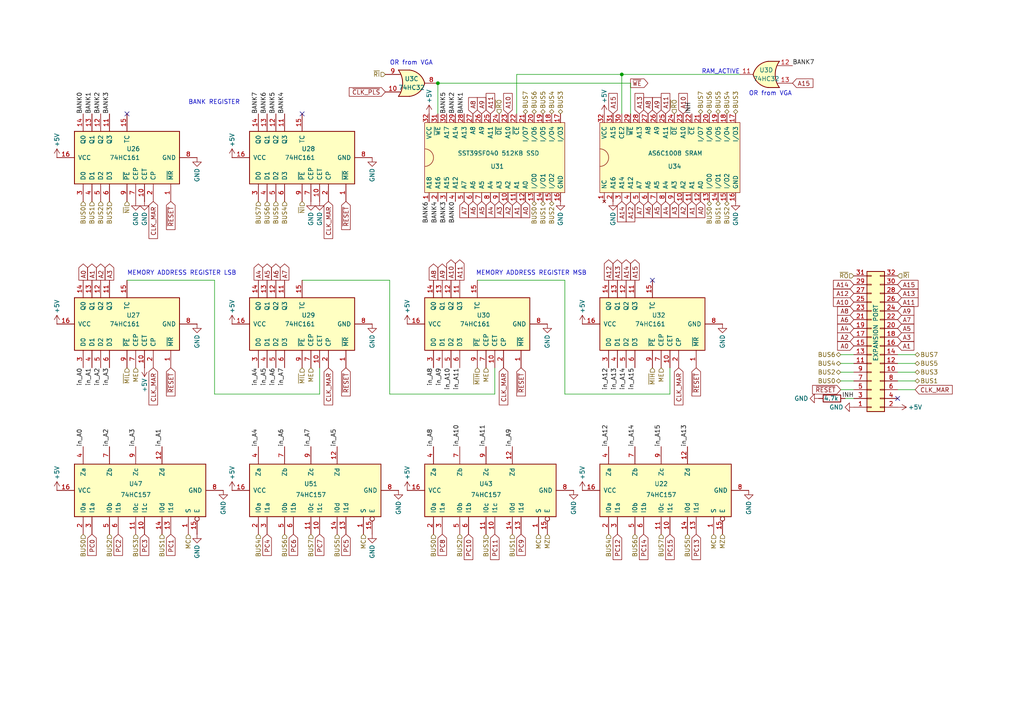
<source format=kicad_sch>
(kicad_sch (version 20250114) (generator "eeschema") (generator_version "9.0")
  (paper "A4")
  (title_block (title "Memory and MAR") (date "2025-01-09") (rev "1.4 Redux") (comment 2 "creativecommons.org/licenses/by-nc-sa/4.0/") (comment 3 "This work is licensed under CC BY-NC-SA 4.0") (comment 4 "Author: Carsten Herting (slu4)"))
  (lib_symbols
    (symbol "74xx:74LS157" (pin_names (offset 1.016))
      (property "Reference" "U" (at -7.62 19.05 0))
      (property "Value" "74LS157" (at -7.62 -21.59 0))
      (symbol "74LS157_1_0"
        (pin input line (at -12.7 15.24 0) (length 5.08) (name "I0a") (number "2"))
        (pin input line (at -12.7 12.7 0) (length 5.08) (name "I1a") (number "3"))
        (pin input line (at -12.7 7.62 0) (length 5.08) (name "I0b") (number "5"))
        (pin input line (at -12.7 5.08 0) (length 5.08) (name "I1b") (number "6"))
        (pin input line (at -12.7 0 0) (length 5.08) (name "I0c") (number "11"))
        (pin input line (at -12.7 -2.54 0) (length 5.08) (name "I1c") (number "10"))
        (pin input line (at -12.7 -7.62 0) (length 5.08) (name "I0d") (number "14"))
        (pin input line (at -12.7 -10.16 0) (length 5.08) (name "I1d") (number "13"))
        (pin input line (at -12.7 -15.24 0) (length 5.08) (name "S") (number "1"))
        (pin input inverted (at -12.7 -17.78 0) (length 5.08) (name "E") (number "15"))
        (pin power_in line (at 0 22.86 270) (length 5.08) (name "VCC") (number "16"))
        (pin power_in line (at 0 -25.4 90) (length 5.08) (name "GND") (number "8"))
        (pin output line (at 12.7 15.24 180) (length 5.08) (name "Za") (number "4"))
        (pin output line (at 12.7 7.62 180) (length 5.08) (name "Zb") (number "7"))
        (pin output line (at 12.7 0 180) (length 5.08) (name "Zc") (number "9"))
        (pin output line (at 12.7 -7.62 180) (length 5.08) (name "Zd") (number "12"))
      )
    )
    (symbol "8-Bit CPU 32k:74HC161" (pin_names (offset 1.016))
      (property "Reference" "U" (at -7.62 16.51 0))
      (property "Value" "74HC161" (at -7.62 -16.51 0))
      (symbol "74HC161_1_0"
        (pin input line (at -12.7 12.7 0) (length 5.08) (name "D0") (number "3"))
        (pin input line (at -12.7 10.16 0) (length 5.08) (name "D1") (number "4"))
        (pin input line (at -12.7 7.62 0) (length 5.08) (name "D2") (number "5"))
        (pin input line (at -12.7 5.08 0) (length 5.08) (name "D3") (number "6"))
        (pin input line (at -12.7 0 0) (length 5.08) (name "~{PE}") (number "9"))
        (pin input line (at -12.7 -2.54 0) (length 5.08) (name "CEP") (number "7"))
        (pin input line (at -12.7 -5.08 0) (length 5.08) (name "CET") (number "10"))
        (pin input line (at -12.7 -7.62 0) (length 5.08) (name "CP") (number "2"))
        (pin input line (at -12.7 -12.7 0) (length 5.08) (name "~{MR}") (number "1"))
        (pin power_in line (at 0 20.32 270) (length 5.08) (name "VCC") (number "16"))
        (pin power_in line (at 0 -20.32 90) (length 5.08) (name "GND") (number "8"))
        (pin output line (at 12.7 12.7 180) (length 5.08) (name "Q0") (number "14"))
        (pin output line (at 12.7 10.16 180) (length 5.08) (name "Q1") (number "13"))
        (pin output line (at 12.7 7.62 180) (length 5.08) (name "Q2") (number "12"))
        (pin output line (at 12.7 5.08 180) (length 5.08) (name "Q3") (number "11"))
        (pin output line (at 12.7 0 180) (length 5.08) (name "TC") (number "15"))
      )
    )
    (symbol "8-Bit CPU 32k:74HC32" (pin_names (offset 1.016))
      (property "Reference" "U" (at 0 1.27 0))
      (property "Value" "74HC32" (at 0 -1.27 0))
      (symbol "74HC32_1_1"
        (pin input line (at -7.62 2.54 0) (length 4.318) (name "~") (number "1"))
        (pin input line (at -7.62 -2.54 0) (length 4.318) (name "~") (number "2"))
        (pin output line (at 7.62 0 180) (length 3.81) (name "~") (number "3"))
      )
      (symbol "74HC32_1_2"
        (pin input inverted (at -7.62 2.54 0) (length 3.81) (name "~") (number "1"))
        (pin input inverted (at -7.62 -2.54 0) (length 3.81) (name "~") (number "2"))
        (pin output inverted (at 7.62 0 180) (length 3.81) (name "~") (number "3"))
      )
      (symbol "74HC32_2_1"
        (pin input line (at -7.62 2.54 0) (length 4.318) (name "~") (number "4"))
        (pin input line (at -7.62 -2.54 0) (length 4.318) (name "~") (number "5"))
        (pin output line (at 7.62 0 180) (length 3.81) (name "~") (number "6"))
      )
      (symbol "74HC32_2_2"
        (pin input inverted (at -7.62 2.54 0) (length 3.81) (name "~") (number "4"))
        (pin input inverted (at -7.62 -2.54 0) (length 3.81) (name "~") (number "5"))
        (pin output inverted (at 7.62 0 180) (length 3.81) (name "~") (number "6"))
      )
      (symbol "74HC32_3_1"
        (pin input line (at -7.62 2.54 0) (length 4.318) (name "~") (number "9"))
        (pin input line (at -7.62 -2.54 0) (length 4.318) (name "~") (number "10"))
        (pin output line (at 7.62 0 180) (length 3.81) (name "~") (number "8"))
      )
      (symbol "74HC32_3_2"
        (pin input inverted (at -7.62 2.54 0) (length 3.81) (name "~") (number "9"))
        (pin input inverted (at -7.62 -2.54 0) (length 3.81) (name "~") (number "10"))
        (pin output inverted (at 7.62 0 180) (length 3.81) (name "~") (number "8"))
      )
      (symbol "74HC32_4_1"
        (pin input line (at -7.62 2.54 0) (length 4.318) (name "~") (number "12"))
        (pin input line (at -7.62 -2.54 0) (length 4.318) (name "~") (number "13"))
        (pin output line (at 7.62 0 180) (length 3.81) (name "~") (number "11"))
      )
      (symbol "74HC32_4_2"
        (pin input inverted (at -7.62 2.54 0) (length 3.81) (name "~") (number "12"))
        (pin input inverted (at -7.62 -2.54 0) (length 3.81) (name "~") (number "13"))
        (pin output inverted (at 7.62 0 180) (length 3.81) (name "~") (number "11"))
      )
      (symbol "74HC32_5_0"
        (pin power_in line (at 0 12.7 270) (length 5.08) (name "VCC") (number "14"))
        (pin power_in line (at 0 -12.7 90) (length 5.08) (name "GND") (number "7"))
      )
    )
    (symbol "8-Bit CPU 32k:AS6C1008" (pin_names (offset 1.016))
      (property "Reference" "U" (at -1.27 2.54 90))
      (property "Value" "AS6C1008" (at 2.54 2.54 90))
      (symbol "AS6C1008_1_1"
        (pin no_connect line (at -12.7 22.86 0) (length 2.54) (name "NC") (number "1"))
        (pin input line (at -12.7 20.32 0) (length 2.54) (name "A16") (number "2"))
        (pin input line (at -12.7 17.78 0) (length 2.54) (name "A14") (number "3"))
        (pin input line (at -12.7 15.24 0) (length 2.54) (name "A12") (number "4"))
        (pin input line (at -12.7 12.7 0) (length 2.54) (name "A7") (number "5"))
        (pin input line (at -12.7 10.16 0) (length 2.54) (name "A6") (number "6"))
        (pin input line (at -12.7 7.62 0) (length 2.54) (name "A5") (number "7"))
        (pin input line (at -12.7 5.08 0) (length 2.54) (name "A4") (number "8"))
        (pin input line (at -12.7 2.54 0) (length 2.54) (name "A3") (number "9"))
        (pin input line (at -12.7 0 0) (length 2.54) (name "A2") (number "10"))
        (pin input line (at -12.7 -2.54 0) (length 2.54) (name "A1") (number "11"))
        (pin input line (at -12.7 -5.08 0) (length 2.54) (name "A0") (number "12"))
        (pin bidirectional line (at -12.7 -7.62 0) (length 2.54) (name "I/O0") (number "13"))
        (pin bidirectional line (at -12.7 -10.16 0) (length 2.54) (name "I/O1") (number "14"))
        (pin bidirectional line (at -12.7 -12.7 0) (length 2.54) (name "I/O2") (number "15"))
        (pin power_in line (at -12.7 -15.24 0) (length 2.54) (name "GND") (number "16"))
        (pin power_in line (at 12.7 22.86 180) (length 2.54) (name "VCC") (number "32"))
        (pin input line (at 12.7 20.32 180) (length 2.54) (name "A15") (number "31"))
        (pin input line (at 12.7 17.78 180) (length 2.54) (name "CE2") (number "30"))
        (pin input line (at 12.7 15.24 180) (length 2.54) (name "~{WE}") (number "29"))
        (pin input line (at 12.7 12.7 180) (length 2.54) (name "A13") (number "28"))
        (pin input line (at 12.7 10.16 180) (length 2.54) (name "A8") (number "27"))
        (pin input line (at 12.7 7.62 180) (length 2.54) (name "A9") (number "26"))
        (pin input line (at 12.7 5.08 180) (length 2.54) (name "A11") (number "25"))
        (pin input line (at 12.7 2.54 180) (length 2.54) (name "~{OE}") (number "24"))
        (pin input line (at 12.7 0 180) (length 2.54) (name "A10") (number "23"))
        (pin input line (at 12.7 -2.54 180) (length 2.54) (name "~{CE}") (number "22"))
        (pin bidirectional line (at 12.7 -5.08 180) (length 2.54) (name "I/O7") (number "21"))
        (pin bidirectional line (at 12.7 -7.62 180) (length 2.54) (name "I/O6") (number "20"))
        (pin bidirectional line (at 12.7 -10.16 180) (length 2.54) (name "I/O5") (number "19"))
        (pin bidirectional line (at 12.7 -12.7 180) (length 2.54) (name "I/O4") (number "18"))
        (pin bidirectional line (at 12.7 -15.24 180) (length 2.54) (name "I/O3") (number "17"))
      )
    )
    (symbol "8-Bit CPU 32k:SST39SF040A" (pin_names (offset 1.016))
      (property "Reference" "U" (at -1.27 2.54 90))
      (property "Value" "SST39SF040A" (at 2.54 2.54 90))
      (symbol "SST39SF040A_1_1"
        (pin input line (at -12.7 22.86 0) (length 2.54) (name "A18") (number "1"))
        (pin input line (at -12.7 20.32 0) (length 2.54) (name "A16") (number "2"))
        (pin input line (at -12.7 17.78 0) (length 2.54) (name "A15") (number "3"))
        (pin input line (at -12.7 15.24 0) (length 2.54) (name "A12") (number "4"))
        (pin input line (at -12.7 12.7 0) (length 2.54) (name "A7") (number "5"))
        (pin input line (at -12.7 10.16 0) (length 2.54) (name "A6") (number "6"))
        (pin input line (at -12.7 7.62 0) (length 2.54) (name "A5") (number "7"))
        (pin input line (at -12.7 5.08 0) (length 2.54) (name "A4") (number "8"))
        (pin input line (at -12.7 2.54 0) (length 2.54) (name "A3") (number "9"))
        (pin input line (at -12.7 0 0) (length 2.54) (name "A2") (number "10"))
        (pin input line (at -12.7 -2.54 0) (length 2.54) (name "A1") (number "11"))
        (pin input line (at -12.7 -5.08 0) (length 2.54) (name "A0") (number "12"))
        (pin bidirectional line (at -12.7 -7.62 0) (length 2.54) (name "I/O0") (number "13"))
        (pin bidirectional line (at -12.7 -10.16 0) (length 2.54) (name "I/O1") (number "14"))
        (pin bidirectional line (at -12.7 -12.7 0) (length 2.54) (name "I/O2") (number "15"))
        (pin power_in line (at -12.7 -15.24 0) (length 2.54) (name "GND") (number "16"))
        (pin power_in line (at 12.7 22.86 180) (length 2.54) (name "VCC") (number "32"))
        (pin input line (at 12.7 20.32 180) (length 2.54) (name "~{WE}") (number "31"))
        (pin input line (at 12.7 17.78 180) (length 2.54) (name "A17") (number "30"))
        (pin input line (at 12.7 15.24 180) (length 2.54) (name "A14") (number "29"))
        (pin input line (at 12.7 12.7 180) (length 2.54) (name "A13") (number "28"))
        (pin input line (at 12.7 10.16 180) (length 2.54) (name "A8") (number "27"))
        (pin input line (at 12.7 7.62 180) (length 2.54) (name "A9") (number "26"))
        (pin input line (at 12.7 5.08 180) (length 2.54) (name "A11") (number "25"))
        (pin input line (at 12.7 2.54 180) (length 2.54) (name "~{OE}") (number "24"))
        (pin input line (at 12.7 0 180) (length 2.54) (name "A10") (number "23"))
        (pin input line (at 12.7 -2.54 180) (length 2.54) (name "~{CE}") (number "22"))
        (pin bidirectional line (at 12.7 -5.08 180) (length 2.54) (name "I/O7") (number "21"))
        (pin bidirectional line (at 12.7 -7.62 180) (length 2.54) (name "I/O6") (number "20"))
        (pin bidirectional line (at 12.7 -10.16 180) (length 2.54) (name "I/O5") (number "19"))
        (pin bidirectional line (at 12.7 -12.7 180) (length 2.54) (name "I/O4") (number "18"))
        (pin bidirectional line (at 12.7 -15.24 180) (length 2.54) (name "I/O3") (number "17"))
      )
    )
    (symbol "Connector_Generic:Conn_02x16_Odd_Even" (pin_names (offset 1.016) (hide yes))
      (property "Reference" "J" (at 1.27 20.32 0))
      (property "Value" "Conn_02x16_Odd_Even" (at 1.27 -22.86 0))
      (symbol "Conn_02x16_Odd_Even_1_1"
        (pin passive line (at -5.08 17.78 0) (length 3.81) (name "Pin_1") (number "1"))
        (pin passive line (at -5.08 15.24 0) (length 3.81) (name "Pin_3") (number "3"))
        (pin passive line (at -5.08 12.7 0) (length 3.81) (name "Pin_5") (number "5"))
        (pin passive line (at -5.08 10.16 0) (length 3.81) (name "Pin_7") (number "7"))
        (pin passive line (at -5.08 7.62 0) (length 3.81) (name "Pin_9") (number "9"))
        (pin passive line (at -5.08 5.08 0) (length 3.81) (name "Pin_11") (number "11"))
        (pin passive line (at -5.08 2.54 0) (length 3.81) (name "Pin_13") (number "13"))
        (pin passive line (at -5.08 0 0) (length 3.81) (name "Pin_15") (number "15"))
        (pin passive line (at -5.08 -2.54 0) (length 3.81) (name "Pin_17") (number "17"))
        (pin passive line (at -5.08 -5.08 0) (length 3.81) (name "Pin_19") (number "19"))
        (pin passive line (at -5.08 -7.62 0) (length 3.81) (name "Pin_21") (number "21"))
        (pin passive line (at -5.08 -10.16 0) (length 3.81) (name "Pin_23") (number "23"))
        (pin passive line (at -5.08 -12.7 0) (length 3.81) (name "Pin_25") (number "25"))
        (pin passive line (at -5.08 -15.24 0) (length 3.81) (name "Pin_27") (number "27"))
        (pin passive line (at -5.08 -17.78 0) (length 3.81) (name "Pin_29") (number "29"))
        (pin passive line (at -5.08 -20.32 0) (length 3.81) (name "Pin_31") (number "31"))
        (pin passive line (at 7.62 17.78 180) (length 3.81) (name "Pin_2") (number "2"))
        (pin passive line (at 7.62 15.24 180) (length 3.81) (name "Pin_4") (number "4"))
        (pin passive line (at 7.62 12.7 180) (length 3.81) (name "Pin_6") (number "6"))
        (pin passive line (at 7.62 10.16 180) (length 3.81) (name "Pin_8") (number "8"))
        (pin passive line (at 7.62 7.62 180) (length 3.81) (name "Pin_10") (number "10"))
        (pin passive line (at 7.62 5.08 180) (length 3.81) (name "Pin_12") (number "12"))
        (pin passive line (at 7.62 2.54 180) (length 3.81) (name "Pin_14") (number "14"))
        (pin passive line (at 7.62 0 180) (length 3.81) (name "Pin_16") (number "16"))
        (pin passive line (at 7.62 -2.54 180) (length 3.81) (name "Pin_18") (number "18"))
        (pin passive line (at 7.62 -5.08 180) (length 3.81) (name "Pin_20") (number "20"))
        (pin passive line (at 7.62 -7.62 180) (length 3.81) (name "Pin_22") (number "22"))
        (pin passive line (at 7.62 -10.16 180) (length 3.81) (name "Pin_24") (number "24"))
        (pin passive line (at 7.62 -12.7 180) (length 3.81) (name "Pin_26") (number "26"))
        (pin passive line (at 7.62 -15.24 180) (length 3.81) (name "Pin_28") (number "28"))
        (pin passive line (at 7.62 -17.78 180) (length 3.81) (name "Pin_30") (number "30"))
        (pin passive line (at 7.62 -20.32 180) (length 3.81) (name "Pin_32") (number "32"))
      )
    )
    (symbol "Device:R" (pin_numbers (hide yes)) (pin_names (offset 0))
      (property "Reference" "R" (at 2.032 0 90))
      (property "Value" "R" (at 0 0 90))
      (symbol "R_1_1"
        (pin passive line (at 0 3.81 270) (length 1.27) (name "~") (number "1"))
        (pin passive line (at 0 -3.81 90) (length 1.27) (name "~") (number "2"))
      )
    )
    (symbol "power:+5V" (power) (pin_numbers (hide yes)) (pin_names (offset 0) (hide yes))
      (property "Value" "+5V" (at 0 3.556 0))
      (symbol "+5V_1_1"
        (pin power_in line (at 0 0 90) (length 0) (name "~") (number "1"))
      )
    )
    (symbol "power:GND" (power) (pin_numbers (hide yes)) (pin_names (offset 0) (hide yes))
      (property "Value" "GND" (at 0 -3.81 0))
      (symbol "GND_1_1"
        (pin power_in line (at 0 0 270) (length 0) (name "~") (number "1"))
      )
    )
  )
  (text "MEMORY ADDRESS REGISTER MSB" (at 170.18 80.01 0) (effects (font (size 1.27 1.27)) (justify right bottom)))
  (text "OR from VGA" (at 217.17 27.94 0) (effects (font (size 1.27 1.27)) (justify left bottom)))
  (text "MEMORY ADDRESS REGISTER LSB" (at 68.58 80.01 0) (effects (font (size 1.27 1.27)) (justify right bottom)))
  (text "RAM_ACTIVE" (at 214.63 21.59 0) (effects (font (size 1.27 1.27)) (justify right bottom)))
  (text "BANK REGISTER" (at 54.61 30.48 0) (effects (font (size 1.27 1.27)) (justify left bottom)))
  (text "OR from VGA" (at 113.03 19.05 0) (effects (font (size 1.27 1.27)) (justify left bottom)))
  (junction (at 127 24.13))
  (junction (at 180.34 21.59))
  (no_connect (at 260.35 115.57))
  (no_connect (at 36.83 33.02))
  (no_connect (at 189.23 81.28))
  (no_connect (at 87.63 33.02))
  (wire (pts (xy 138.43 81.28) (xy 163.83 81.28)))
  (wire (pts (xy 243.84 102.87) (xy 247.65 102.87)))
  (wire (pts (xy 127 24.13) (xy 182.88 24.13)))
  (wire (pts (xy 260.35 105.41) (xy 265.43 105.41)))
  (wire (pts (xy 265.43 113.03) (xy 260.35 113.03)))
  (wire (pts (xy 92.71 114.3) (xy 92.71 106.68)))
  (wire (pts (xy 260.35 102.87) (xy 265.43 102.87)))
  (wire (pts (xy 245.11 115.57) (xy 247.65 115.57)))
  (wire (pts (xy 149.86 21.59) (xy 180.34 21.59)))
  (wire (pts (xy 113.03 114.3) (xy 143.51 114.3)))
  (wire (pts (xy 265.43 107.95) (xy 260.35 107.95)))
  (wire (pts (xy 62.23 81.28) (xy 62.23 114.3)))
  (wire (pts (xy 182.88 24.13) (xy 182.88 33.02)))
  (wire (pts (xy 113.03 114.3) (xy 113.03 81.28)))
  (wire (pts (xy 127 24.13) (xy 127 33.02)))
  (wire (pts (xy 163.83 114.3) (xy 194.31 114.3)))
  (wire (pts (xy 194.31 114.3) (xy 194.31 106.68)))
  (wire (pts (xy 180.34 21.59) (xy 180.34 33.02)))
  (wire (pts (xy 62.23 114.3) (xy 92.71 114.3)))
  (wire (pts (xy 87.63 81.28) (xy 113.03 81.28)))
  (wire (pts (xy 143.51 114.3) (xy 143.51 106.68)))
  (wire (pts (xy 180.34 21.59) (xy 214.63 21.59)))
  (wire (pts (xy 247.65 105.41) (xy 243.84 105.41)))
  (wire (pts (xy 163.83 81.28) (xy 163.83 114.3)))
  (wire (pts (xy 247.65 107.95) (xy 243.84 107.95)))
  (wire (pts (xy 149.86 21.59) (xy 149.86 33.02)))
  (wire (pts (xy 243.84 113.03) (xy 247.65 113.03)))
  (wire (pts (xy 36.83 81.28) (xy 62.23 81.28)))
  (wire (pts (xy 260.35 110.49) (xy 265.43 110.49)))
  (wire (pts (xy 247.65 110.49) (xy 243.84 110.49)))
  (label "BANK4" (at 127 58.42 270))
  (label "in_A7" (at 82.55 106.68 270))
  (label "in_A9" (at 128.27 106.68 270))
  (label "in_A10" (at 133.35 129.54 90))
  (label "in_A1" (at 46.99 129.54 90))
  (label "in_A11" (at 140.97 129.54 90))
  (label "BANK4" (at 82.55 33.02 90))
  (label "in_A3" (at 39.37 129.54 90))
  (label "in_A3" (at 31.75 106.68 270))
  (label "in_A8" (at 125.73 106.68 270))
  (label "BANK5" (at 129.54 33.02 90))
  (label "in_A4" (at 74.93 129.54 90))
  (label "in_A0" (at 24.13 129.54 90))
  (label "BANK3" (at 31.75 33.02 90))
  (label "INH" (at 200.66 33.02 90))
  (label "in_A8" (at 125.73 129.54 90))
  (label "BANK1" (at 26.67 33.02 90))
  (label "in_A5" (at 77.47 106.68 270))
  (label "in_A1" (at 26.67 106.68 270))
  (label "in_A4" (at 74.93 106.68 270))
  (label "in_A12" (at 176.53 106.68 270))
  (label "in_A0" (at 24.13 106.68 270))
  (label "in_A2" (at 29.21 106.68 270))
  (label "in_A13" (at 199.39 129.54 90))
  (label "in_A9" (at 148.59 129.54 90))
  (label "BANK0" (at 132.08 58.42 270))
  (label "in_A6" (at 80.01 106.68 270))
  (label "in_A7" (at 90.17 129.54 90))
  (label "BANK7" (at 74.93 33.02 90))
  (label "BANK2" (at 29.21 33.02 90))
  (label "in_A14" (at 181.61 106.68 270))
  (label "BANK0" (at 24.13 33.02 90))
  (label "in_A12" (at 176.53 129.54 90))
  (label "in_A14" (at 184.15 129.54 90))
  (label "BANK7" (at 229.87 19.05 0))
  (label "INH" (at 247.65 115.57 180))
  (label "BANK6" (at 124.46 58.42 270))
  (label "BANK1" (at 134.62 33.02 90))
  (label "in_A13" (at 179.07 106.68 270))
  (label "BANK5" (at 80.01 33.02 90))
  (label "BANK6" (at 77.47 33.02 90))
  (label "in_A6" (at 82.55 129.54 90))
  (label "in_A5" (at 97.79 129.54 90))
  (label "in_A15" (at 184.15 106.68 270))
  (label "in_A2" (at 31.75 129.54 90))
  (label "in_A15" (at 191.77 129.54 90))
  (label "in_A10" (at 130.81 106.68 270))
  (label "BANK3" (at 129.54 58.42 270))
  (label "in_A11" (at 133.35 106.68 270))
  (label "BANK2" (at 132.08 33.02 90))
  (global_label "A12" (shape output) (at 176.53 81.28 90) (property "Intersheetrefs" "${INTERSHEET_REFS}" (effects (hide yes))))
  (global_label "A12" (shape input) (at 182.88 58.42 270) (property "Intersheetrefs" "${INTERSHEET_REFS}" (effects (hide yes))))
  (global_label "A2" (shape output) (at 29.21 81.28 90) (property "Intersheetrefs" "${INTERSHEET_REFS}" (effects (hide yes))))
  (global_label "PC1" (shape input) (at 49.53 154.94 270) (property "Intersheetrefs" "${INTERSHEET_REFS}" (effects (hide yes))))
  (global_label "A12" (shape input) (at 247.65 85.09 180) (property "Intersheetrefs" "${INTERSHEET_REFS}" (effects (hide yes))))
  (global_label "PC0" (shape input) (at 26.67 154.94 270) (property "Intersheetrefs" "${INTERSHEET_REFS}" (effects (hide yes))))
  (global_label "A15" (shape output) (at 184.15 81.28 90) (property "Intersheetrefs" "${INTERSHEET_REFS}" (effects (hide yes))))
  (global_label "PC12" (shape input) (at 179.07 154.94 270) (property "Intersheetrefs" "${INTERSHEET_REFS}" (effects (hide yes))))
  (global_label "A8" (shape input) (at 187.96 33.02 90) (property "Intersheetrefs" "${INTERSHEET_REFS}" (effects (hide yes))))
  (global_label "A13" (shape input) (at 185.42 33.02 90) (property "Intersheetrefs" "${INTERSHEET_REFS}" (effects (hide yes))))
  (global_label "A1" (shape input) (at 260.35 100.33 0) (property "Intersheetrefs" "${INTERSHEET_REFS}" (effects (hide yes))))
  (global_label "A8" (shape input) (at 137.16 33.02 90) (property "Intersheetrefs" "${INTERSHEET_REFS}" (effects (hide yes))))
  (global_label "~{CLK_PLS}" (shape input) (at 111.76 26.67 180) (property "Intersheetrefs" "${INTERSHEET_REFS}" (effects (hide yes))))
  (global_label "PC13" (shape input) (at 201.93 154.94 270) (property "Intersheetrefs" "${INTERSHEET_REFS}" (effects (hide yes))))
  (global_label "A11" (shape input) (at 193.04 33.02 90) (property "Intersheetrefs" "${INTERSHEET_REFS}" (effects (hide yes))))
  (global_label "A1" (shape output) (at 26.67 81.28 90) (property "Intersheetrefs" "${INTERSHEET_REFS}" (effects (hide yes))))
  (global_label "A0" (shape input) (at 247.65 100.33 180) (property "Intersheetrefs" "${INTERSHEET_REFS}" (effects (hide yes))))
  (global_label "~{WE}" (shape output) (at 182.88 24.13 0) (property "Intersheetrefs" "${INTERSHEET_REFS}" (effects (hide yes))))
  (global_label "A9" (shape output) (at 128.27 81.28 90) (property "Intersheetrefs" "${INTERSHEET_REFS}" (effects (hide yes))))
  (global_label "A10" (shape input) (at 147.32 33.02 90) (property "Intersheetrefs" "${INTERSHEET_REFS}" (effects (hide yes))))
  (global_label "CLK_MAR" (shape input) (at 44.45 58.42 270) (property "Intersheetrefs" "${INTERSHEET_REFS}" (effects (hide yes))))
  (global_label "PC5" (shape input) (at 100.33 154.94 270) (property "Intersheetrefs" "${INTERSHEET_REFS}" (effects (hide yes))))
  (global_label "A0" (shape input) (at 203.2 58.42 270) (property "Intersheetrefs" "${INTERSHEET_REFS}" (effects (hide yes))))
  (global_label "CLK_MAR" (shape input) (at 196.85 106.68 270) (property "Intersheetrefs" "${INTERSHEET_REFS}" (effects (hide yes))))
  (global_label "A13" (shape output) (at 179.07 81.28 90) (property "Intersheetrefs" "${INTERSHEET_REFS}" (effects (hide yes))))
  (global_label "PC7" (shape input) (at 92.71 154.94 270) (property "Intersheetrefs" "${INTERSHEET_REFS}" (effects (hide yes))))
  (global_label "CLK_MAR" (shape input) (at 146.05 106.68 270) (property "Intersheetrefs" "${INTERSHEET_REFS}" (effects (hide yes))))
  (global_label "A6" (shape input) (at 247.65 92.71 180) (property "Intersheetrefs" "${INTERSHEET_REFS}" (effects (hide yes))))
  (global_label "~{RESET}" (shape input) (at 151.13 106.68 270) (property "Intersheetrefs" "${INTERSHEET_REFS}" (effects (hide yes))))
  (global_label "A2" (shape input) (at 147.32 58.42 270) (property "Intersheetrefs" "${INTERSHEET_REFS}" (effects (hide yes))))
  (global_label "PC15" (shape input) (at 194.31 154.94 270) (property "Intersheetrefs" "${INTERSHEET_REFS}" (effects (hide yes))))
  (global_label "A7" (shape input) (at 185.42 58.42 270) (property "Intersheetrefs" "${INTERSHEET_REFS}" (effects (hide yes))))
  (global_label "A9" (shape input) (at 190.5 33.02 90) (property "Intersheetrefs" "${INTERSHEET_REFS}" (effects (hide yes))))
  (global_label "A10" (shape input) (at 247.65 87.63 180) (property "Intersheetrefs" "${INTERSHEET_REFS}" (effects (hide yes))))
  (global_label "A4" (shape input) (at 247.65 95.25 180) (property "Intersheetrefs" "${INTERSHEET_REFS}" (effects (hide yes))))
  (global_label "PC14" (shape input) (at 186.69 154.94 270) (property "Intersheetrefs" "${INTERSHEET_REFS}" (effects (hide yes))))
  (global_label "A0" (shape output) (at 24.13 81.28 90) (property "Intersheetrefs" "${INTERSHEET_REFS}" (effects (hide yes))))
  (global_label "A7" (shape input) (at 260.35 92.71 0) (property "Intersheetrefs" "${INTERSHEET_REFS}" (effects (hide yes))))
  (global_label "A14" (shape output) (at 181.61 81.28 90) (property "Intersheetrefs" "${INTERSHEET_REFS}" (effects (hide yes))))
  (global_label "~{RESET}" (shape input) (at 49.53 106.68 270) (property "Intersheetrefs" "${INTERSHEET_REFS}" (effects (hide yes))))
  (global_label "A8" (shape input) (at 247.65 90.17 180) (property "Intersheetrefs" "${INTERSHEET_REFS}" (effects (hide yes))))
  (global_label "A11" (shape input) (at 142.24 33.02 90) (property "Intersheetrefs" "${INTERSHEET_REFS}" (effects (hide yes))))
  (global_label "A7" (shape output) (at 82.55 81.28 90) (property "Intersheetrefs" "${INTERSHEET_REFS}" (effects (hide yes))))
  (global_label "A10" (shape output) (at 130.81 81.28 90) (property "Intersheetrefs" "${INTERSHEET_REFS}" (effects (hide yes))))
  (global_label "A9" (shape input) (at 260.35 90.17 0) (property "Intersheetrefs" "${INTERSHEET_REFS}" (effects (hide yes))))
  (global_label "A15" (shape input) (at 260.35 82.55 0) (property "Intersheetrefs" "${INTERSHEET_REFS}" (effects (hide yes))))
  (global_label "A5" (shape input) (at 190.5 58.42 270) (property "Intersheetrefs" "${INTERSHEET_REFS}" (effects (hide yes))))
  (global_label "~{RESET}" (shape input) (at 243.84 113.03 180) (property "Intersheetrefs" "${INTERSHEET_REFS}" (effects (hide yes))))
  (global_label "CLK_MAR" (shape input) (at 265.43 113.03 0) (property "Intersheetrefs" "${INTERSHEET_REFS}" (effects (hide yes))))
  (global_label "A9" (shape input) (at 139.7 33.02 90) (property "Intersheetrefs" "${INTERSHEET_REFS}" (effects (hide yes))))
  (global_label "A3" (shape input) (at 195.58 58.42 270) (property "Intersheetrefs" "${INTERSHEET_REFS}" (effects (hide yes))))
  (global_label "A0" (shape input) (at 152.4 58.42 270) (property "Intersheetrefs" "${INTERSHEET_REFS}" (effects (hide yes))))
  (global_label "A4" (shape input) (at 142.24 58.42 270) (property "Intersheetrefs" "${INTERSHEET_REFS}" (effects (hide yes))))
  (global_label "~{RESET}" (shape input) (at 49.53 58.42 270) (property "Intersheetrefs" "${INTERSHEET_REFS}" (effects (hide yes))))
  (global_label "CLK_MAR" (shape input) (at 95.25 106.68 270) (property "Intersheetrefs" "${INTERSHEET_REFS}" (effects (hide yes))))
  (global_label "PC11" (shape input) (at 143.51 154.94 270) (property "Intersheetrefs" "${INTERSHEET_REFS}" (effects (hide yes))))
  (global_label "CLK_MAR" (shape input) (at 95.25 58.42 270) (property "Intersheetrefs" "${INTERSHEET_REFS}" (effects (hide yes))))
  (global_label "PC4" (shape input) (at 77.47 154.94 270) (property "Intersheetrefs" "${INTERSHEET_REFS}" (effects (hide yes))))
  (global_label "A15" (shape input) (at 229.87 24.13 0) (property "Intersheetrefs" "${INTERSHEET_REFS}" (effects (hide yes))))
  (global_label "A5" (shape input) (at 139.7 58.42 270) (property "Intersheetrefs" "${INTERSHEET_REFS}" (effects (hide yes))))
  (global_label "PC3" (shape input) (at 41.91 154.94 270) (property "Intersheetrefs" "${INTERSHEET_REFS}" (effects (hide yes))))
  (global_label "A1" (shape input) (at 200.66 58.42 270) (property "Intersheetrefs" "${INTERSHEET_REFS}" (effects (hide yes))))
  (global_label "PC9" (shape input) (at 151.13 154.94 270) (property "Intersheetrefs" "${INTERSHEET_REFS}" (effects (hide yes))))
  (global_label "PC2" (shape input) (at 34.29 154.94 270) (property "Intersheetrefs" "${INTERSHEET_REFS}" (effects (hide yes))))
  (global_label "A8" (shape output) (at 125.73 81.28 90) (property "Intersheetrefs" "${INTERSHEET_REFS}" (effects (hide yes))))
  (global_label "A13" (shape input) (at 260.35 85.09 0) (property "Intersheetrefs" "${INTERSHEET_REFS}" (effects (hide yes))))
  (global_label "A7" (shape input) (at 134.62 58.42 270) (property "Intersheetrefs" "${INTERSHEET_REFS}" (effects (hide yes))))
  (global_label "A15" (shape input) (at 177.8 33.02 90) (property "Intersheetrefs" "${INTERSHEET_REFS}" (effects (hide yes))))
  (global_label "A3" (shape output) (at 31.75 81.28 90) (property "Intersheetrefs" "${INTERSHEET_REFS}" (effects (hide yes))))
  (global_label "A6" (shape input) (at 137.16 58.42 270) (property "Intersheetrefs" "${INTERSHEET_REFS}" (effects (hide yes))))
  (global_label "A2" (shape input) (at 247.65 97.79 180) (property "Intersheetrefs" "${INTERSHEET_REFS}" (effects (hide yes))))
  (global_label "PC10" (shape input) (at 135.89 154.94 270) (property "Intersheetrefs" "${INTERSHEET_REFS}" (effects (hide yes))))
  (global_label "A5" (shape output) (at 77.47 81.28 90) (property "Intersheetrefs" "${INTERSHEET_REFS}" (effects (hide yes))))
  (global_label "A5" (shape input) (at 260.35 95.25 0) (property "Intersheetrefs" "${INTERSHEET_REFS}" (effects (hide yes))))
  (global_label "A4" (shape input) (at 193.04 58.42 270) (property "Intersheetrefs" "${INTERSHEET_REFS}" (effects (hide yes))))
  (global_label "A11" (shape output) (at 133.35 81.28 90) (property "Intersheetrefs" "${INTERSHEET_REFS}" (effects (hide yes))))
  (global_label "A10" (shape input) (at 198.12 33.02 90) (property "Intersheetrefs" "${INTERSHEET_REFS}" (effects (hide yes))))
  (global_label "A2" (shape input) (at 198.12 58.42 270) (property "Intersheetrefs" "${INTERSHEET_REFS}" (effects (hide yes))))
  (global_label "A11" (shape input) (at 260.35 87.63 0) (property "Intersheetrefs" "${INTERSHEET_REFS}" (effects (hide yes))))
  (global_label "A3" (shape input) (at 260.35 97.79 0) (property "Intersheetrefs" "${INTERSHEET_REFS}" (effects (hide yes))))
  (global_label "A14" (shape input) (at 180.34 58.42 270) (property "Intersheetrefs" "${INTERSHEET_REFS}" (effects (hide yes))))
  (global_label "A3" (shape input) (at 144.78 58.42 270) (property "Intersheetrefs" "${INTERSHEET_REFS}" (effects (hide yes))))
  (global_label "~{RESET}" (shape input) (at 100.33 106.68 270) (property "Intersheetrefs" "${INTERSHEET_REFS}" (effects (hide yes))))
  (global_label "PC6" (shape input) (at 85.09 154.94 270) (property "Intersheetrefs" "${INTERSHEET_REFS}" (effects (hide yes))))
  (global_label "A1" (shape input) (at 149.86 58.42 270) (property "Intersheetrefs" "${INTERSHEET_REFS}" (effects (hide yes))))
  (global_label "A6" (shape input) (at 187.96 58.42 270) (property "Intersheetrefs" "${INTERSHEET_REFS}" (effects (hide yes))))
  (global_label "PC8" (shape input) (at 128.27 154.94 270) (property "Intersheetrefs" "${INTERSHEET_REFS}" (effects (hide yes))))
  (global_label "~{RESET}" (shape input) (at 100.33 58.42 270) (property "Intersheetrefs" "${INTERSHEET_REFS}" (effects (hide yes))))
  (global_label "CLK_MAR" (shape input) (at 44.45 106.68 270) (property "Intersheetrefs" "${INTERSHEET_REFS}" (effects (hide yes))))
  (global_label "A6" (shape output) (at 80.01 81.28 90) (property "Intersheetrefs" "${INTERSHEET_REFS}" (effects (hide yes))))
  (global_label "A4" (shape output) (at 74.93 81.28 90) (property "Intersheetrefs" "${INTERSHEET_REFS}" (effects (hide yes))))
  (global_label "A14" (shape input) (at 247.65 82.55 180) (property "Intersheetrefs" "${INTERSHEET_REFS}" (effects (hide yes))))
  (global_label "~{RESET}" (shape input) (at 201.93 106.68 270) (property "Intersheetrefs" "${INTERSHEET_REFS}" (effects (hide yes))))
  (hierarchical_label "BUS6" (shape input) (at 184.15 154.94 270))
  (hierarchical_label "MC" (shape input) (at 105.41 154.94 270))
  (hierarchical_label "BUS7" (shape bidirectional) (at 265.43 102.87 0))
  (hierarchical_label "BUS5" (shape bidirectional) (at 208.28 33.02 90))
  (hierarchical_label "BUS4" (shape bidirectional) (at 243.84 105.41 180))
  (hierarchical_label "BUS7" (shape bidirectional) (at 203.2 33.02 90))
  (hierarchical_label "MC" (shape input) (at 156.21 154.94 270))
  (hierarchical_label "BUS3" (shape bidirectional) (at 213.36 33.02 90))
  (hierarchical_label "BUS3" (shape bidirectional) (at 265.43 107.95 0))
  (hierarchical_label "BUS1" (shape input) (at 46.99 154.94 270))
  (hierarchical_label "~{NI}" (shape input) (at 36.83 58.42 270))
  (hierarchical_label "BUS3" (shape input) (at 31.75 58.42 270))
  (hierarchical_label "BUS4" (shape bidirectional) (at 210.82 33.02 90))
  (hierarchical_label "BUS1" (shape input) (at 26.67 58.42 270))
  (hierarchical_label "ME" (shape input) (at 39.37 106.68 270))
  (hierarchical_label "BUS5" (shape bidirectional) (at 157.48 33.02 90))
  (hierarchical_label "BUS4" (shape input) (at 74.93 154.94 270))
  (hierarchical_label "BUS6" (shape bidirectional) (at 205.74 33.02 90))
  (hierarchical_label "~{RI}" (shape input) (at 111.76 21.59 180))
  (hierarchical_label "BUS3" (shape bidirectional) (at 162.56 33.02 90))
  (hierarchical_label "BUS7" (shape input) (at 90.17 154.94 270))
  (hierarchical_label "~{MIL}" (shape input) (at 87.63 106.68 270))
  (hierarchical_label "BUS5" (shape bidirectional) (at 265.43 105.41 0))
  (hierarchical_label "MZ" (shape input) (at 209.55 154.94 270))
  (hierarchical_label "BUS6" (shape input) (at 77.47 58.42 270))
  (hierarchical_label "BUS3" (shape input) (at 140.97 154.94 270))
  (hierarchical_label "BUS1" (shape bidirectional) (at 265.43 110.49 0))
  (hierarchical_label "BUS5" (shape input) (at 80.01 58.42 270))
  (hierarchical_label "MC" (shape input) (at 54.61 154.94 270))
  (hierarchical_label "BUS3" (shape input) (at 39.37 154.94 270))
  (hierarchical_label "BUS4" (shape bidirectional) (at 160.02 33.02 90))
  (hierarchical_label "BUS0" (shape bidirectional) (at 243.84 110.49 180))
  (hierarchical_label "BUS2" (shape bidirectional) (at 210.82 58.42 270))
  (hierarchical_label "BUS2" (shape bidirectional) (at 160.02 58.42 270))
  (hierarchical_label "BUS0" (shape bidirectional) (at 154.94 58.42 270))
  (hierarchical_label "BUS2" (shape bidirectional) (at 243.84 107.95 180))
  (hierarchical_label "BUS7" (shape bidirectional) (at 152.4 33.02 90))
  (hierarchical_label "BUS0" (shape input) (at 24.13 154.94 270))
  (hierarchical_label "BUS6" (shape bidirectional) (at 154.94 33.02 90))
  (hierarchical_label "BUS0" (shape input) (at 24.13 58.42 270))
  (hierarchical_label "MC" (shape input) (at 207.01 154.94 270))
  (hierarchical_label "ME" (shape input) (at 191.77 106.68 270))
  (hierarchical_label "BUS0" (shape bidirectional) (at 205.74 58.42 270))
  (hierarchical_label "BUS7" (shape input) (at 74.93 58.42 270))
  (hierarchical_label "BUS6" (shape bidirectional) (at 243.84 102.87 180))
  (hierarchical_label "~{MIL}" (shape input) (at 36.83 106.68 270))
  (hierarchical_label "ME" (shape input) (at 90.17 106.68 270))
  (hierarchical_label "BUS2" (shape input) (at 31.75 154.94 270))
  (hierarchical_label "~{MIH}" (shape input) (at 189.23 106.68 270))
  (hierarchical_label "BUS5" (shape input) (at 199.39 154.94 270))
  (hierarchical_label "BUS1" (shape bidirectional) (at 157.48 58.42 270))
  (hierarchical_label "~{MIH}" (shape input) (at 138.43 106.68 270))
  (hierarchical_label "BUS0" (shape input) (at 125.73 154.94 270))
  (hierarchical_label "BUS1" (shape input) (at 148.59 154.94 270))
  (hierarchical_label "BUS2" (shape input) (at 133.35 154.94 270))
  (hierarchical_label "~{RO}" (shape input) (at 144.78 33.02 90))
  (hierarchical_label "~{RO}" (shape input) (at 195.58 33.02 90))
  (hierarchical_label "BUS4" (shape input) (at 176.53 154.94 270))
  (hierarchical_label "BUS5" (shape input) (at 97.79 154.94 270))
  (hierarchical_label "BUS4" (shape input) (at 82.55 58.42 270))
  (hierarchical_label "BUS1" (shape bidirectional) (at 208.28 58.42 270))
  (hierarchical_label "BUS6" (shape input) (at 82.55 154.94 270))
  (hierarchical_label "~{NI}" (shape input) (at 87.63 58.42 270))
  (hierarchical_label "ME" (shape input) (at 140.97 106.68 270))
  (hierarchical_label "BUS7" (shape input) (at 191.77 154.94 270))
  (hierarchical_label "BUS2" (shape input) (at 29.21 58.42 270))
  (hierarchical_label "~{RO}" (shape input) (at 247.65 80.01 180))
  (hierarchical_label "MZ" (shape input) (at 158.75 154.94 270))
  (hierarchical_label "~{RI}" (shape input) (at 260.35 80.01 0))
  (symbol (lib_id "power:GND") (at 213.36 58.42 0) (unit 1)
    (property "Reference" "#PWR0161" (effects (hide yes)))
    (property "Value" "GND" (at 213.36 63.5 90))
    (property "Description" "Power symbol creates a global label with name \"GND\" , ground" (effects (hide yes)))
  )
  (symbol (lib_id "power:+5V") (at 175.26 33.02 0) (unit 1)
    (property "Reference" "#PWR0154" (effects (hide yes)))
    (property "Value" "+5V" (at 175.26 27.94 90))
    (property "Description" "Power symbol creates a global label with name \"+5V\"" (effects (hide yes)))
  )
  (symbol (lib_id "power:GND") (at 57.15 93.98 0) (mirror y) (unit 1)
    (property "Reference" "#PWR0142" (effects (hide yes)))
    (property "Value" "GND" (at 57.15 99.06 90))
    (property "Description" "Power symbol creates a global label with name \"GND\" , ground" (effects (hide yes)))
  )
  (symbol (lib_id "8-Bit CPU 32k:74HC161") (at 189.23 93.98 90) (unit 1)
    (property "Reference" "U32" (at 193.04 91.44 90) (effects (justify left)))
    (property "Value" "74HC161" (at 193.04 93.98 90) (effects (justify left)))
    (property "Footprint" "Package_DIP:DIP-16_W7.62mm_Socket" (effects (hide yes)))
    (property "Datasheet" "http://www.ti.com/lit/gpn/sn74LS161" (effects (hide yes)))
    (property "Description" "Synchronous 4-bit programmable binary Counter" (effects (hide yes)))
  )
  (symbol (lib_id "power:GND") (at 217.17 142.24 0) (mirror y) (unit 1)
    (property "Reference" "#PWR0253" (effects (hide yes)))
    (property "Value" "GND" (at 217.17 147.32 90))
    (property "Description" "Power symbol creates a global label with name \"GND\" , ground" (effects (hide yes)))
  )
  (symbol (lib_id "power:GND") (at 237.49 115.57 270) (mirror x) (unit 1)
    (property "Reference" "#PWR0156" (effects (hide yes)))
    (property "Value" "GND" (at 232.41 115.57 90))
    (property "Description" "Power symbol creates a global label with name \"GND\" , ground" (effects (hide yes)))
  )
  (symbol (lib_id "8-Bit CPU 32k:74HC32") (at 119.38 24.13 0) (unit 3)
    (property "Reference" "U3" (at 119.38 22.8631 0))
    (property "Value" "74HC32" (at 119.38 25.4 0))
    (property "Footprint" "Package_DIP:DIP-14_W7.62mm_Socket" (effects (hide yes)))
    (property "Datasheet" "http://www.ti.com/lit/gpn/sn74LS32" (effects (hide yes)))
    (property "Description" "Quad 2-input OR" (effects (hide yes)))
  )
  (symbol (lib_id "8-Bit CPU 32k:74HC161") (at 87.63 93.98 90) (unit 1)
    (property "Reference" "U29" (at 91.44 91.44 90) (effects (justify left)))
    (property "Value" "74HC161" (at 91.44 93.98 90) (effects (justify left)))
    (property "Footprint" "Package_DIP:DIP-16_W7.62mm_Socket" (effects (hide yes)))
    (property "Datasheet" "http://www.ti.com/lit/gpn/sn74LS161" (effects (hide yes)))
    (property "Description" "Synchronous 4-bit programmable binary Counter" (effects (hide yes)))
  )
  (symbol (lib_id "8-Bit CPU 32k:74HC161") (at 36.83 45.72 90) (unit 1)
    (property "Reference" "U26" (at 40.64 43.18 90) (effects (justify left)))
    (property "Value" "74HC161" (at 40.64 45.72 90) (effects (justify left)))
    (property "Footprint" "Package_DIP:DIP-16_W7.62mm_Socket" (effects (hide yes)))
    (property "Datasheet" "http://www.ti.com/lit/gpn/sn74LS161" (effects (hide yes)))
    (property "Description" "Synchronous 4-bit programmable binary Counter" (effects (hide yes)))
  )
  (symbol (lib_id "power:+5V") (at 16.51 93.98 0) (mirror y) (unit 1)
    (property "Reference" "#PWR0137" (effects (hide yes)))
    (property "Value" "+5V" (at 16.51 88.9 90))
    (property "Description" "Power symbol creates a global label with name \"+5V\"" (effects (hide yes)))
  )
  (symbol (lib_id "power:+5V") (at 67.31 142.24 0) (mirror y) (unit 1)
    (property "Reference" "#PWR0207" (effects (hide yes)))
    (property "Value" "+5V" (at 67.31 137.16 90))
    (property "Description" "Power symbol creates a global label with name \"+5V\"" (effects (hide yes)))
  )
  (symbol (lib_id "74xx:74LS157") (at 140.97 142.24 90) (unit 1)
    (property "Reference" "U43" (at 140.97 140.335 90))
    (property "Value" "74HC157" (at 140.97 143.51 90))
    (property "Footprint" "Package_DIP:DIP-16_W7.62mm_Socket" (effects (hide yes)))
    (property "Datasheet" "http://www.ti.com/lit/gpn/sn74LS157" (effects (hide yes)))
    (property "Description" "Quad 2 to 1 line Multiplexer" (effects (hide yes)))
  )
  (symbol (lib_id "power:GND") (at 166.37 142.24 0) (mirror y) (unit 1)
    (property "Reference" "#PWR0251" (effects (hide yes)))
    (property "Value" "GND" (at 166.37 147.32 90))
    (property "Description" "Power symbol creates a global label with name \"GND\" , ground" (effects (hide yes)))
  )
  (symbol (lib_id "Device:R") (at 241.3 115.57 90) (unit 1)
    (property "Reference" "R5" (effects (hide yes)))
    (property "Value" "4.7k" (at 243.205 115.57 90) (effects (justify left)))
    (property "Footprint" "Resistor_THT:R_Axial_DIN0207_L6.3mm_D2.5mm_P7.62mm_Horizontal" (effects (hide yes)))
    (property "Description" "Resistor" (effects (hide yes)))
  )
  (symbol (lib_id "74xx:74LS157") (at 90.17 142.24 90) (unit 1)
    (property "Reference" "U51" (at 90.17 140.335 90))
    (property "Value" "74HC157" (at 90.17 143.51 90))
    (property "Footprint" "Package_DIP:DIP-16_W7.62mm_Socket" (effects (hide yes)))
    (property "Datasheet" "http://www.ti.com/lit/gpn/sn74LS157" (effects (hide yes)))
    (property "Description" "Quad 2 to 1 line Multiplexer" (effects (hide yes)))
  )
  (symbol (lib_id "74xx:74LS157") (at 39.37 142.24 90) (unit 1)
    (property "Reference" "U47" (at 39.37 140.335 90))
    (property "Value" "74HC157" (at 39.37 143.51 90))
    (property "Footprint" "Package_DIP:DIP-16_W7.62mm_Socket" (effects (hide yes)))
    (property "Datasheet" "http://www.ti.com/lit/gpn/sn74LS157" (effects (hide yes)))
    (property "Description" "Quad 2 to 1 line Multiplexer" (effects (hide yes)))
  )
  (symbol (lib_id "power:+5V") (at 260.35 118.11 270) (mirror x) (unit 1)
    (property "Reference" "#PWR0134" (effects (hide yes)))
    (property "Value" "+5V" (at 265.43 118.11 90))
    (property "Description" "Power symbol creates a global label with name \"+5V\"" (effects (hide yes)))
  )
  (symbol (lib_id "power:GND") (at 107.95 45.72 0) (mirror y) (unit 1)
    (property "Reference" "#PWR0147" (effects (hide yes)))
    (property "Value" "GND" (at 107.95 50.8 90))
    (property "Description" "Power symbol creates a global label with name \"GND\" , ground" (effects (hide yes)))
  )
  (symbol (lib_id "power:GND") (at 92.71 58.42 0) (mirror y) (unit 1)
    (property "Reference" "#PWR0146" (effects (hide yes)))
    (property "Value" "GND" (at 92.71 63.5 90))
    (property "Description" "Power symbol creates a global label with name \"GND\" , ground" (effects (hide yes)))
  )
  (symbol (lib_id "power:+5V") (at 16.51 142.24 0) (mirror y) (unit 1)
    (property "Reference" "#PWR099" (effects (hide yes)))
    (property "Value" "+5V" (at 16.51 137.16 90))
    (property "Description" "Power symbol creates a global label with name \"+5V\"" (effects (hide yes)))
  )
  (symbol (lib_id "power:GND") (at 162.56 58.42 0) (unit 1)
    (property "Reference" "#PWR0152" (effects (hide yes)))
    (property "Value" "GND" (at 162.56 63.5 90))
    (property "Description" "Power symbol creates a global label with name \"GND\" , ground" (effects (hide yes)))
  )
  (symbol (lib_id "8-Bit CPU 32k:74HC32") (at 222.25 21.59 0) (mirror y) (unit 4)
    (property "Reference" "U3" (at 222.25 20.3231 0))
    (property "Value" "74HC32" (at 222.25 22.86 0))
    (property "Footprint" "Package_DIP:DIP-14_W7.62mm_Socket" (effects (hide yes)))
    (property "Datasheet" "http://www.ti.com/lit/gpn/sn74LS32" (effects (hide yes)))
    (property "Description" "Quad 2-input OR" (effects (hide yes)))
  )
  (symbol (lib_id "power:+5V") (at 124.46 33.02 0) (unit 1)
    (property "Reference" "#PWR0150" (effects (hide yes)))
    (property "Value" "+5V" (at 124.46 27.94 90))
    (property "Description" "Power symbol creates a global label with name \"+5V\"" (effects (hide yes)))
  )
  (symbol (lib_id "8-Bit CPU 32k:AS6C1008") (at 198.12 45.72 90) (unit 1)
    (property "Reference" "U34" (at 193.675 48.26 90) (effects (justify right)))
    (property "Value" "AS6C1008 SRAM" (at 187.96 44.45 90) (effects (justify right)))
    (property "Footprint" "Package_DIP:DIP-32_W15.24mm_Socket" (effects (hide yes)))
  )
  (symbol (lib_id "power:+5V") (at 118.11 93.98 0) (mirror y) (unit 1)
    (property "Reference" "#PWR0149" (effects (hide yes)))
    (property "Value" "+5V" (at 118.11 88.9 90))
    (property "Description" "Power symbol creates a global label with name \"+5V\"" (effects (hide yes)))
  )
  (symbol (lib_id "power:GND") (at 107.95 154.94 0) (mirror y) (unit 1)
    (property "Reference" "#PWR0214" (effects (hide yes)))
    (property "Value" "GND" (at 107.95 160.02 90))
    (property "Description" "Power symbol creates a global label with name \"GND\" , ground" (effects (hide yes)))
  )
  (symbol (lib_id "power:GND") (at 177.8 58.42 0) (unit 1)
    (property "Reference" "#PWR0155" (effects (hide yes)))
    (property "Value" "GND" (at 177.8 63.5 90))
    (property "Description" "Power symbol creates a global label with name \"GND\" , ground" (effects (hide yes)))
  )
  (symbol (lib_id "8-Bit CPU 32k:74HC161") (at 87.63 45.72 90) (unit 1)
    (property "Reference" "U28" (at 91.44 43.18 90) (effects (justify left)))
    (property "Value" "74HC161" (at 91.44 45.72 90) (effects (justify left)))
    (property "Footprint" "Package_DIP:DIP-16_W7.62mm_Socket" (effects (hide yes)))
    (property "Datasheet" "http://www.ti.com/lit/gpn/sn74LS161" (effects (hide yes)))
    (property "Description" "Synchronous 4-bit programmable binary Counter" (effects (hide yes)))
  )
  (symbol (lib_id "8-Bit CPU 32k:74HC161") (at 36.83 93.98 90) (unit 1)
    (property "Reference" "U27" (at 40.64 91.44 90) (effects (justify left)))
    (property "Value" "74HC161" (at 40.64 93.98 90) (effects (justify left)))
    (property "Footprint" "Package_DIP:DIP-16_W7.62mm_Socket" (effects (hide yes)))
    (property "Datasheet" "http://www.ti.com/lit/gpn/sn74LS161" (effects (hide yes)))
    (property "Description" "Synchronous 4-bit programmable binary Counter" (effects (hide yes)))
  )
  (symbol (lib_id "power:+5V") (at 67.31 93.98 0) (mirror y) (unit 1)
    (property "Reference" "#PWR0144" (effects (hide yes)))
    (property "Value" "+5V" (at 67.31 88.9 90))
    (property "Description" "Power symbol creates a global label with name \"+5V\"" (effects (hide yes)))
  )
  (symbol (lib_id "power:GND") (at 247.65 118.11 270) (mirror x) (unit 1)
    (property "Reference" "#PWR0135" (effects (hide yes)))
    (property "Value" "GND" (at 242.57 118.11 90))
    (property "Description" "Power symbol creates a global label with name \"GND\" , ground" (effects (hide yes)))
  )
  (symbol (lib_id "power:GND") (at 209.55 93.98 0) (mirror y) (unit 1)
    (property "Reference" "#PWR0160" (effects (hide yes)))
    (property "Value" "GND" (at 209.55 99.06 90))
    (property "Description" "Power symbol creates a global label with name \"GND\" , ground" (effects (hide yes)))
  )
  (symbol (lib_id "power:GND") (at 57.15 154.94 0) (mirror y) (unit 1)
    (property "Reference" "#PWR0104" (effects (hide yes)))
    (property "Value" "GND" (at 57.15 160.02 90))
    (property "Description" "Power symbol creates a global label with name \"GND\" , ground" (effects (hide yes)))
  )
  (symbol (lib_id "power:+5V") (at 41.91 106.68 0) (mirror x) (unit 1)
    (property "Reference" "#PWR0140" (effects (hide yes)))
    (property "Value" "+5V" (at 41.91 111.76 90))
    (property "Description" "Power symbol creates a global label with name \"+5V\"" (effects (hide yes)))
  )
  (symbol (lib_id "power:+5V") (at 16.51 45.72 0) (mirror y) (unit 1)
    (property "Reference" "#PWR0136" (effects (hide yes)))
    (property "Value" "+5V" (at 16.51 40.64 90))
    (property "Description" "Power symbol creates a global label with name \"+5V\"" (effects (hide yes)))
  )
  (symbol (lib_id "power:GND") (at 107.95 93.98 0) (mirror y) (unit 1)
    (property "Reference" "#PWR0148" (effects (hide yes)))
    (property "Value" "GND" (at 107.95 99.06 90))
    (property "Description" "Power symbol creates a global label with name \"GND\" , ground" (effects (hide yes)))
  )
  (symbol (lib_id "power:GND") (at 90.17 58.42 0) (mirror y) (unit 1)
    (property "Reference" "#PWR0145" (effects (hide yes)))
    (property "Value" "GND" (at 90.17 63.5 90))
    (property "Description" "Power symbol creates a global label with name \"GND\" , ground" (effects (hide yes)))
  )
  (symbol (lib_id "Connector_Generic:Conn_02x16_Odd_Even") (at 252.73 100.33 0) (mirror x) (unit 1)
    (property "Reference" "J3" (effects (hide yes)))
    (property "Value" "EXPANSION PORT" (at 254 96.52 90))
    (property "Footprint" "Connector_PinSocket_2.54mm:PinSocket_2x16_P2.54mm_Vertical" (effects (hide yes)))
    (property "Description" "Generic connector, double row, 02x16, odd/even pin numbering scheme (row 1 odd numbers, row 2 even numbers), script generated (kicad-library-utils/schlib/autogen/connector/)" (effects (hide yes)))
  )
  (symbol (lib_id "power:GND") (at 41.91 58.42 0) (mirror y) (unit 1)
    (property "Reference" "#PWR0139" (effects (hide yes)))
    (property "Value" "GND" (at 41.91 63.5 90))
    (property "Description" "Power symbol creates a global label with name \"GND\" , ground" (effects (hide yes)))
  )
  (symbol (lib_id "power:GND") (at 158.75 93.98 0) (mirror y) (unit 1)
    (property "Reference" "#PWR0151" (effects (hide yes)))
    (property "Value" "GND" (at 158.75 99.06 90))
    (property "Description" "Power symbol creates a global label with name \"GND\" , ground" (effects (hide yes)))
  )
  (symbol (lib_id "power:+5V") (at 118.11 142.24 0) (mirror y) (unit 1)
    (property "Reference" "#PWR0250" (effects (hide yes)))
    (property "Value" "+5V" (at 118.11 137.16 90))
    (property "Description" "Power symbol creates a global label with name \"+5V\"" (effects (hide yes)))
  )
  (symbol (lib_id "power:GND") (at 39.37 58.42 0) (mirror y) (unit 1)
    (property "Reference" "#PWR0138" (effects (hide yes)))
    (property "Value" "GND" (at 39.37 63.5 90))
    (property "Description" "Power symbol creates a global label with name \"GND\" , ground" (effects (hide yes)))
  )
  (symbol (lib_id "8-Bit CPU 32k:SST39SF040A") (at 147.32 45.72 90) (unit 1)
    (property "Reference" "U31" (at 142.24 48.26 90) (effects (justify right)))
    (property "Value" "SST39SF040 512KB SSD" (at 132.715 44.45 90) (effects (justify right)))
    (property "Footprint" "Package_DIP:DIP-32_W15.24mm_Socket" (effects (hide yes)))
  )
  (symbol (lib_id "8-Bit CPU 32k:74HC161") (at 138.43 93.98 90) (unit 1)
    (property "Reference" "U30" (at 142.24 91.44 90) (effects (justify left)))
    (property "Value" "74HC161" (at 142.24 93.98 90) (effects (justify left)))
    (property "Footprint" "Package_DIP:DIP-16_W7.62mm_Socket" (effects (hide yes)))
    (property "Datasheet" "http://www.ti.com/lit/gpn/sn74LS161" (effects (hide yes)))
    (property "Description" "Synchronous 4-bit programmable binary Counter" (effects (hide yes)))
  )
  (symbol (lib_id "74xx:74LS157") (at 191.77 142.24 90) (unit 1)
    (property "Reference" "U22" (at 191.77 140.335 90))
    (property "Value" "74HC157" (at 191.77 143.51 90))
    (property "Footprint" "Package_DIP:DIP-16_W7.62mm_Socket" (effects (hide yes)))
    (property "Datasheet" "http://www.ti.com/lit/gpn/sn74LS157" (effects (hide yes)))
    (property "Description" "Quad 2 to 1 line Multiplexer" (effects (hide yes)))
  )
  (symbol (lib_id "power:GND") (at 64.77 142.24 0) (mirror y) (unit 1)
    (property "Reference" "#PWR0204" (effects (hide yes)))
    (property "Value" "GND" (at 64.77 147.32 90))
    (property "Description" "Power symbol creates a global label with name \"GND\" , ground" (effects (hide yes)))
  )
  (symbol (lib_id "power:GND") (at 115.57 142.24 0) (mirror y) (unit 1)
    (property "Reference" "#PWR0217" (effects (hide yes)))
    (property "Value" "GND" (at 115.57 147.32 90))
    (property "Description" "Power symbol creates a global label with name \"GND\" , ground" (effects (hide yes)))
  )
  (symbol (lib_id "power:+5V") (at 67.31 45.72 0) (mirror y) (unit 1)
    (property "Reference" "#PWR0143" (effects (hide yes)))
    (property "Value" "+5V" (at 67.31 40.64 90))
    (property "Description" "Power symbol creates a global label with name \"+5V\"" (effects (hide yes)))
  )
  (symbol (lib_id "power:+5V") (at 168.91 142.24 0) (mirror y) (unit 1)
    (property "Reference" "#PWR0252" (effects (hide yes)))
    (property "Value" "+5V" (at 168.91 137.16 90))
    (property "Description" "Power symbol creates a global label with name \"+5V\"" (effects (hide yes)))
  )
  (symbol (lib_id "power:GND") (at 57.15 45.72 0) (mirror y) (unit 1)
    (property "Reference" "#PWR0141" (effects (hide yes)))
    (property "Value" "GND" (at 57.15 50.8 90))
    (property "Description" "Power symbol creates a global label with name \"GND\" , ground" (effects (hide yes)))
  )
  (symbol (lib_id "power:+5V") (at 168.91 93.98 0) (mirror y) (unit 1)
    (property "Reference" "#PWR0153" (effects (hide yes)))
    (property "Value" "+5V" (at 168.91 88.9 90))
    (property "Description" "Power symbol creates a global label with name \"+5V\"" (effects (hide yes)))
  )
)
</source>
